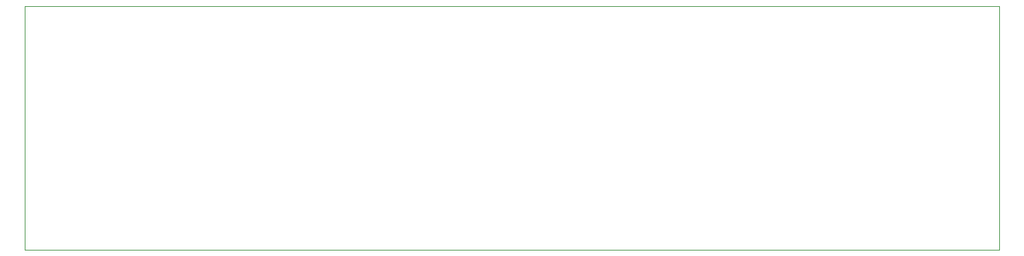
<source format=gbr>
%TF.GenerationSoftware,KiCad,Pcbnew,7.0.8*%
%TF.CreationDate,2024-02-13T18:25:42+01:00*%
%TF.ProjectId,BlankingRelay_Top1,426c616e-6b69-46e6-9752-656c61795f54,rev?*%
%TF.SameCoordinates,Original*%
%TF.FileFunction,Profile,NP*%
%FSLAX46Y46*%
G04 Gerber Fmt 4.6, Leading zero omitted, Abs format (unit mm)*
G04 Created by KiCad (PCBNEW 7.0.8) date 2024-02-13 18:25:42*
%MOMM*%
%LPD*%
G01*
G04 APERTURE LIST*
%TA.AperFunction,Profile*%
%ADD10C,0.100000*%
%TD*%
G04 APERTURE END LIST*
D10*
X50000000Y-55000000D02*
X170000000Y-55000000D01*
X170000000Y-85000000D01*
X50000000Y-85000000D01*
X50000000Y-55000000D01*
M02*

</source>
